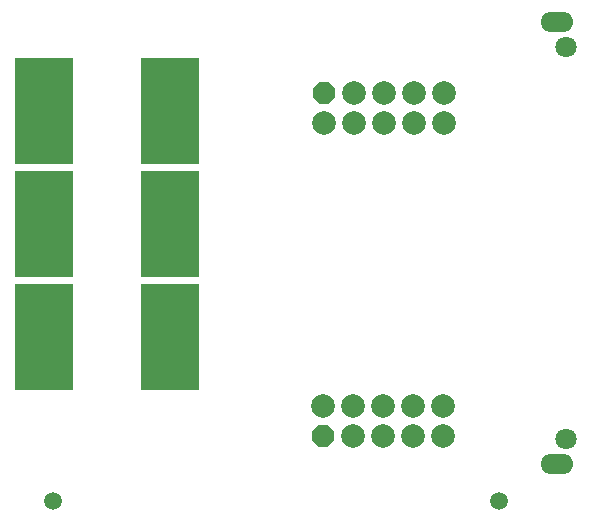
<source format=gbs>
G04 Layer_Color=16711935*
%FSLAX23Y23*%
%MOIN*%
G70*
G01*
G75*
%ADD42C,0.059*%
%ADD43C,0.079*%
%ADD44P,0.077X8X22.5*%
%ADD45O,0.110X0.067*%
%ADD46C,0.071*%
%ADD47R,0.197X0.352*%
D42*
X2497Y2710D02*
D03*
X3982D02*
D03*
D43*
X3795Y3026D02*
D03*
Y2926D02*
D03*
X3695Y3026D02*
D03*
Y2926D02*
D03*
X3595Y3026D02*
D03*
Y2926D02*
D03*
X3495Y3026D02*
D03*
Y2926D02*
D03*
X3395Y3026D02*
D03*
X3800Y3969D02*
D03*
Y4069D02*
D03*
X3700Y3969D02*
D03*
Y4069D02*
D03*
X3600Y3969D02*
D03*
Y4069D02*
D03*
X3500Y3969D02*
D03*
Y4069D02*
D03*
X3400Y3969D02*
D03*
D44*
X3395Y2926D02*
D03*
X3400Y4069D02*
D03*
D45*
X4175Y4305D02*
D03*
Y2832D02*
D03*
D46*
X4205Y2915D02*
D03*
Y4222D02*
D03*
D47*
X2885Y4010D02*
D03*
X2465D02*
D03*
X2885Y3632D02*
D03*
X2465D02*
D03*
X2885Y3255D02*
D03*
X2465D02*
D03*
M02*

</source>
